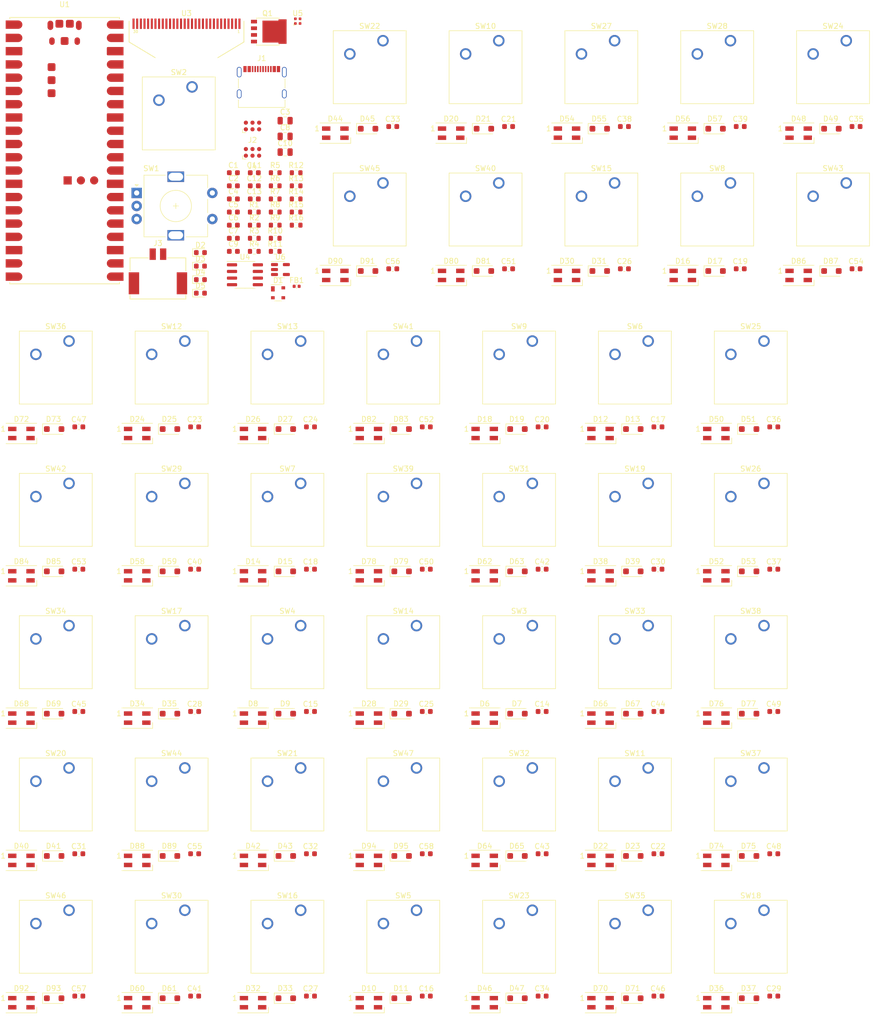
<source format=kicad_pcb>
(kicad_pcb (version 20221018) (generator pcbnew)
  (layers (0 "F.Cu" signal) (31 "B.Cu" signal) (34 "B.Paste" user) (35 "F.Paste" user) (36 "B.SilkS" user "B.Silkscreen") (37 "F.SilkS" user "F.Silkscreen") (38 "B.Mask" user) (39 "F.Mask" user) (44 "Edge.Cuts" user))
  (net 0 "")
  (net 1 "Net-(U1-RUN)")
  (net 2 "GND")
  (net 3 "+5V")
  (net 4 "+3V3")
  (net 5 "/lipo+")
  (net 6 "Net-(U3-C2P)")
  (net 7 "Net-(U3-C2N)")
  (net 8 "Net-(U3-C1P)")
  (net 9 "Net-(U3-C1N)")
  (net 10 "Net-(U3-VCOMH)")
  (net 11 "Net-(U3-RST)")
  (net 12 "Net-(U3-VDisplay)")
  (net 13 "/tiny_rst")
  (net 14 "+BATT")
  (net 15 "/D+")
  (net 16 "/D-")
  (net 17 "Net-(D2-K)")
  (net 18 "Net-(D2-A)")
  (net 19 "Net-(D3-K)")
  (net 20 "Net-(D4-K)")
  (net 21 "Net-(D5-A)")
  (net 22 "/led_sw0/dout")
  (net 23 "/led_r0")
  (net 24 "/sw_c0")
  (net 25 "Net-(D7-A)")
  (net 26 "/led_sw1/dout")
  (net 27 "/sw_c1")
  (net 28 "Net-(D9-A)")
  (net 29 "/led_sw2/dout")
  (net 30 "/sw_c2")
  (net 31 "Net-(D11-A)")
  (net 32 "/led_sw4/dout")
  (net 33 "/led_sw3/dout")
  (net 34 "/sw_c4")
  (net 35 "Net-(D13-A)")
  (net 36 "/sw_c3")
  (net 37 "Net-(D15-A)")
  (net 38 "/led_sw5/dout")
  (net 39 "/sw_c5")
  (net 40 "Net-(D17-A)")
  (net 41 "/led_sw7/dout")
  (net 42 "/led_sw6/dout")
  (net 43 "/sw_c7")
  (net 44 "Net-(D19-A)")
  (net 45 "/sw_c6")
  (net 46 "Net-(D21-A)")
  (net 47 "/led_sw8/dout")
  (net 48 "/sw_c8")
  (net 49 "Net-(D23-A)")
  (net 50 "/led_sw10/din")
  (net 51 "/led_r1")
  (net 52 "Net-(D25-A)")
  (net 53 "/led_sw10/dout")
  (net 54 "Net-(D27-A)")
  (net 55 "/led_sw11/dout")
  (net 56 "Net-(D29-A)")
  (net 57 "/led_sw13/dout")
  (net 58 "/led_sw12/dout")
  (net 59 "Net-(D31-A)")
  (net 60 "Net-(D33-A)")
  (net 61 "/led_sw14/dout")
  (net 62 "Net-(D35-A)")
  (net 63 "/led_sw16/dout")
  (net 64 "/led_sw15/dout")
  (net 65 "Net-(D37-A)")
  (net 66 "Net-(D39-A)")
  (net 67 "/led_sw17/dout")
  (net 68 "Net-(D41-A)")
  (net 69 "/led_sw18/dout")
  (net 70 "/led_r2")
  (net 71 "Net-(D43-A)")
  (net 72 "/led_sw19/dout")
  (net 73 "Net-(D45-A)")
  (net 74 "/led_sw20/dout")
  (net 75 "Net-(D47-A)")
  (net 76 "/led_sw22/dout")
  (net 77 "/led_sw21/dout")
  (net 78 "Net-(D49-A)")
  (net 79 "Net-(D51-A)")
  (net 80 "/led_sw23/dout")
  (net 81 "Net-(D53-A)")
  (net 82 "/led_sw25/dout")
  (net 83 "/led_sw24/dout")
  (net 84 "Net-(D55-A)")
  (net 85 "Net-(D57-A)")
  (net 86 "/led_sw26/dout")
  (net 87 "Net-(D59-A)")
  (net 88 "/led_sw27/dout")
  (net 89 "/led_r3")
  (net 90 "Net-(D61-A)")
  (net 91 "/led_sw28/dout")
  (net 92 "Net-(D63-A)")
  (net 93 "/led_sw29/dout")
  (net 94 "Net-(D65-A)")
  (net 95 "/led_sw31/dout")
  (net 96 "/led_sw30/dout")
  (net 97 "Net-(D67-A)")
  (net 98 "Net-(D69-A)")
  (net 99 "/led_sw32/dout")
  (net 100 "Net-(D71-A)")
  (net 101 "/led_sw34/dout")
  (net 102 "/led_sw33/dout")
  (net 103 "Net-(D73-A)")
  (net 104 "Net-(D75-A)")
  (net 105 "/led_sw35/dout")
  (net 106 "Net-(D77-A)")
  (net 107 "/led_sw36/dout")
  (net 108 "/led_r4")
  (net 109 "Net-(D79-A)")
  (net 110 "/led_sw37/dout")
  (net 111 "Net-(D81-A)")
  (net 112 "/led_sw38/dout")
  (net 113 "Net-(D83-A)")
  (net 114 "/led_sw40/dout")
  (net 115 "/led_sw39/dout")
  (net 116 "Net-(D85-A)")
  (net 117 "Net-(D87-A)")
  (net 118 "/led_sw41/dout")
  (net 119 "Net-(D89-A)")
  (net 120 "/led_sw43/dout")
  (net 121 "/led_sw42/dout")
  (net 122 "Net-(D91-A)")
  (net 123 "Net-(D93-A)")
  (net 124 "/led_sw44/dout")
  (net 125 "Net-(D95-A)")
  (net 126 "Net-(J1-SHIELD)")
  (net 127 "Net-(J1-CC1)")
  (net 129 "Net-(J1-CC2)")
  (net 131 "/SWDIO")
  (net 132 "/SWCLK")
  (net 135 "/pwr_en")
  (net 136 "/vbatt_sense")
  (net 137 "/pwr_sw")
  (net 138 "Net-(Q1-G)")
  (net 139 "Net-(U1-GP28)")
  (net 140 "/watchdog")
  (net 141 "/SDA")
  (net 142 "/SCL")
  (net 143 "Net-(U6-PROG)")
  (net 144 "Net-(U3-IREF)")
  (net 145 "/pwr_led")
  (net 146 "/enc_a")
  (net 147 "/enc_b")
  (net 148 "/enc_sw")
  (net 149 "/sw_r0")
  (net 150 "/sw_r1")
  (net 151 "/sw_r2")
  (net 152 "/sw_r3")
  (net 153 "/sw_r4")
  (footprint "Capacitor_SMD:C_0603_1608Metric" (layer "F.Cu") (at 440.385 114.105)
    (fp_text reference "C47")
    (fp_text value "100n")
  )
  (footprint "Diode_SMD:D_SOD-123F" (layer "F.Cu") (at 480.06 169.025)
    (fp_text reference "D9")
    (fp_text value "D_Schottky_Small_Filled")
  )
  (footprint "Diode_SMD:D_SOD-123F" (layer "F.Cu") (at 524.46 141.775)
    (fp_text reference "D63")
    (fp_text value "D_Schottky_Small_Filled")
  )
  (footprint "Resistor_SMD:R_0603_1608Metric" (layer "F.Cu") (at 482.035 70.455)
    (fp_text reference "R14")
    (fp_text value "10k")
  )
  (footprint "Button_Switch_Keyboard:SW_Cherry_MX_1.00u_PCB" (layer "F.Cu") (at 527.31 97.67)
    (fp_text reference "SW9")
    (fp_text value "MX")
  )
  (footprint "Capacitor_SMD:C_0603_1608Metric" (layer "F.Cu") (at 522.755 56.585)
    (fp_text reference "C21")
    (fp_text value "100n")
  )
  (footprint "Resistor_SMD:R_0603_1608Metric" (layer "F.Cu") (at 474.015 77.985)
    (fp_text reference "R3")
    (fp_text value "10k")
  )
  (footprint "Package_TO_SOT_SMD:LFPAK56" (layer "F.Cu") (at 476.63 38.405)
    (fp_text reference "Q1")
    (fp_text value "PSMN4R5-30YLC")
  )
  (footprint "Diode_SMD:D_SOD-123F" (layer "F.Cu") (at 435.66 141.775)
    (fp_text reference "D85")
    (fp_text value "D_Schottky_Small_Filled")
  )
  (footprint "Button_Switch_Keyboard:SW_Cherry_MX_1.00u_PCB" (layer "F.Cu") (at 505.11 97.67)
    (fp_text reference "SW41")
    (fp_text value "MX")
  )
  (footprint "LED_SMD:LED_SK6812MINI_PLCC4_3.5x3.5mm_P1.75mm" (layer "F.Cu") (at 495.98 169.875)
    (fp_text reference "D28")
    (fp_text value "WS2812B")
  )
  (footprint "Capacitor_SMD:C_0603_1608Metric" (layer "F.Cu") (at 589.355 83.835)
    (fp_text reference "C54")
    (fp_text value "100n")
  )
  (footprint "Resistor_SMD:R_0603_1608Metric" (layer "F.Cu") (at 482.035 67.945)
    (fp_text reference "R13")
    (fp_text value "1M")
  )
  (footprint "Resistor_SMD:R_0603_1608Metric" (layer "F.Cu") (at 482.035 65.435)
    (fp_text reference "R12")
    (fp_text value "10M")
  )
  (footprint "Button_Switch_Keyboard:SW_Cherry_MX_1.00u_PCB" (layer "F.Cu") (at 571.71 97.67)
    (fp_text reference "SW25")
    (fp_text value "MX")
  )
  (footprint "Capacitor_SMD:C_0603_1608Metric" (layer "F.Cu") (at 484.785 223.105)
    (fp_text reference "C27")
    (fp_text value "100n")
  )
  (footprint "Button_Switch_Keyboard:SW_Cherry_MX_1.00u_PCB" (layer "F.Cu") (at 438.51 206.67)
    (fp_text reference "SW46")
    (fp_text value "MX")
  )
  (footprint "Button_Switch_Keyboard:SW_Cherry_MX_1.00u_PCB" (layer "F.Cu") (at 565.28 67.4)
    (fp_text reference "SW8")
    (fp_text value "MX")
  )
  (footprint "Resistor_SMD:R_0603_1608Metric" (layer "F.Cu") (at 478.025 70.455)
    (fp_text reference "R7")
    (fp_text value "2k2")
  )
  (footprint "LED_SMD:LED_SK6812MINI_PLCC4_3.5x3.5mm_P1.75mm" (layer "F.Cu") (at 533.95 57.855)
    (fp_text reference "D54")
    (fp_text value "WS2812B")
  )
  (footprint "LED_SMD:LED_SK6812MINI_PLCC4_3.5x3.5mm_P1.75mm" (layer "F.Cu") (at 540.38 115.375)
    (fp_text reference "D12")
    (fp_text value "WS2812B")
  )
  (footprint "Button_Switch_Keyboard:SW_Cherry_MX_1.00u_PCB" (layer "F.Cu") (at 520.88 67.4)
    (fp_text reference "SW40")
    (fp_text value "MX")
  )
  (footprint "Capacitor_SMD:C_0402_1005Metric" (layer "F.Cu") (at 482.135 87.185)
    (fp_text reference "FB1")
    (fp_text value "FerriteBead_Small")
  )
  (footprint "LED_SMD:LED_SK6812MINI_PLCC4_3.5x3.5mm_P1.75mm" (layer "F.Cu") (at 518.18 197.125)
    (fp_text reference "D64")
    (fp_text value "WS2812B")
  )
  (footprint "Diode_SMD:D_SOD-123F" (layer "F.Cu") (at 502.26 223.525)
    (fp_text reference "D11")
    (fp_text value "D_Schottky_Small_Filled")
  )
  (footprint "LED_SMD:LED_SK6812MINI_PLCC4_3.5x3.5mm_P1.75mm" (layer "F.Cu") (at 562.58 142.625)
    (fp_text reference "D52")
    (fp_text value "WS2812B")
  )
  (footprint "LED_SMD:LED_SK6812MINI_PLCC4_3.5x3.5mm_P1.75mm" (layer "F.Cu") (at 540.38 224.375)
    (fp_text reference "D70")
    (fp_text value "WS2812B")
  )
  (footprint "Diode_SMD:D_SOD-123F" (layer "F.Cu") (at 540.23 57.005)
    (fp_text reference "D55")
    (fp_text value "D_Schottky_Small_Filled")
  )
  (footprint "Button_Switch_Keyboard:SW_Cherry_MX_1.00u_PCB" (layer "F.Cu") (at 571.71 124.92)
    (fp_text reference "SW26")
    (fp_text value "MX")
  )
  (footprint "Capacitor_SMD:C_0603_1608Metric" (layer "F.Cu") (at 544.955 56.585)
    (fp_text reference "C38")
    (fp_text value "100n")
  )
  (footprint "Button_Switch_Keyboard:SW_Cherry_MX_1.00u_PCB" (layer "F.Cu") (at 482.91 206.67)
    (fp_text reference "SW16")
    (fp_text value "MX")
  )
  (footprint "Diode_SMD:D_SOD-123F" (layer "F.Cu") (at 568.86 196.275)
    (fp_text reference "D75")
    (fp_text value "D_Schottky_Small_Filled")
  )
  (footprint "Button_Switch_Keyboard:SW_Cherry_MX_1.00u_PCB" (layer "F.Cu") (at 527.31 179.42)
    (fp_text reference "SW32")
    (fp_text value "MX")
  )
  (footprint "Diode_SMD:D_SOD-123F" (layer "F.Cu") (at 524.46 114.525)
    (fp_text reference "D19")
    (fp_text value "D_Schottky_Small_Filled")
  )
  (footprint "Capacitor_SMD:C_0603_1608Metric" (layer "F.Cu") (at 462.585 141.355)
    (fp_text reference "C40")
    (fp_text value "100n")
  )
  (footprint "Capacitor_SMD:C_0603_1608Metric" (layer "F.Cu") (at 506.985 223.105)
    (fp_text reference "C16")
    (fp_text value "100n")
  )
  (footprint "Diode_SMD:D_SOD-123F" (layer "F.Cu") (at 502.26 196.275)
    (fp_text reference "D95")
    (fp_text value "D_Schottky_Small_Filled")
  )
  (footprint "Button_Switch_Keyboard:SW_Cherry_MX_1.00u_PCB" (layer "F.Cu") (at 498.68 67.4)
    (fp_text reference "SW45")
    (fp_text value "MX")
  )
  (footprint "Capacitor_SMD:C_0805_2012Metric" (layer "F.Cu") (at 479.925 58.475)
    (fp_text reference "C8")
    (fp_text value "10u")
  )
  (footprint "Capacitor_SMD:C_0603_1608Metric" (layer "F.Cu") (at 529.185 168.605)
    (fp_text reference "C14")
    (fp_text value "100n")
  )
  (footprint "LED_SMD:LED_SK6812MINI_PLCC4_3.5x3.5mm_P1.75mm" (layer "F.Cu") (at 429.38 142.625)
    (fp_text reference "D84")
    (fp_text value "WS2812B")
  )
  (footprint "Capacitor_SMD:C_0603_1608Metric" (layer "F.Cu") (at 500.555 83.835)
    (fp_text reference "C56")
    (fp_text value "100n")
  )
  (footprint "Diode_SMD:D_SOD-123F" (layer "F.Cu") (at 546.66 141.775)
    (fp_text reference "D39")
    (fp_text value "D_Schottky_Small_Filled")
  )
  (footprint "Button_Switch_Keyboard:SW_Cherry_MX_1.00u_PCB" (layer "F.Cu") (at 505.11 124.92)
    (fp_text reference "SW39")
    (fp_text value "MX")
  )
  (footprint "Diode_SMD:D_SOD-123F" (layer "F.Cu") (at 518.03 84.255)
    (fp_text reference "D81")
    (fp_text value "D_Schottky_Small_Filled")
  )
  (footprint "Resistor_SMD:R_0603_1608Metric" (layer "F.Cu") (at 478.025 67.945)
    (fp_text reference "R6")
    (fp_text value "2k2")
  )
  (footprint "Button_Switch_Keyboard:SW_Cherry_MX_1.00u_PCB" (layer "F.Cu") (at 438.51 124.92)
    (fp_text reference "SW42")
    (fp_text value "MX")
  )
  (footprint "extraparts:SSD1306" (layer "F.Cu") (at 461.025 36.905)
    (fp_text reference "U3")
    (fp_text value "SSD1306")
  )
  (footprint "Capacitor_SMD:C_0603_1608Metric" (layer "F.Cu") (at 470.005 70.455)
    (fp_text reference "C4")
    (fp_text value "100n")
  )
  (footprint "Capacitor_SMD:C_0603_1608Metric" (layer "F.Cu") (at 484.785 114.105)
    (fp_text reference "C24")
    (fp_text value "100n")
  )
  (footprint "LED_SMD:LED_SK6812MINI_PLCC4_3.5x3.5mm_P1.75mm" (layer "F.Cu") (at 429.38 115.375)
    (fp_text reference "D72")
    (fp_text value "WS2812B")
  )
  (footprint "Capacitor_SMD:C_0603_1608Metric" (layer "F.Cu") (at 440.385 195.855)
    (fp_text reference "C31")
    (fp_text value "100n")
  )
  (footprint "Button_Switch_Keyboard:SW_Cherry_MX_1.00u_PCB" (layer "F.Cu") (at 438.51 152.17)
    (fp_text reference "SW34")
    (fp_text value "MX")
  )
  (footprint "Resistor_SMD:R_0603_1608Metric" (layer "F.Cu") (at 478.025 65.435)
    (fp_text reference "R5")
    (fp_text value "2k2")
  )
  (footprint "LED_SMD:LED_SK6812MINI_PLCC4_3.5x3.5mm_P1.75mm" (layer "F.Cu") (at 511.75 85.105)
    (fp_text reference "D80")
    (fp_text value "WS2812B")
  )
  (footprint "Package_SO:SOIC-8_3.9x4.9mm_P1.27mm" (layer "F.Cu") (at 472.225 84.975)
    (fp_text reference "U4")
    (fp_text value "ATtiny13A-SS")
  )
  (footprint "LED_SMD:LED_SK6812MINI_PLCC4_3.5x3.5mm_P1.75mm" (layer "F.Cu") (at 473.78 169.875)
    (fp_text reference "D8")
    (fp_text value "WS2812B")
  )
  (footprint "Resistor_SMD:R_0603_1608Metric" (layer "F.Cu") (at 482.035 75.475)
    (fp_text reference "R16")
    (fp_text value "10k")
  )
  (footprint "Button_Switch_Keyboard:SW_Cherry_MX_1.00u_PCB" (layer "F.Cu") (at 549.51 124.92)
    (fp_text reference "SW19")
    (fp_text value "MX")
  )
  (footprint "Capacitor_SMD:C_0603_1608Metric" (layer "F.Cu") (at 522.755 83.835)
    (fp_text reference "C51")
    (fp_text value "100n")
  )
  (footprint "Button_Switch_Keyboard:SW_Cherry_MX_1.00u_PCB" (layer "F.Cu") (at 505.11 152.17)
    (fp_text reference "SW14")
    (fp_text value "MX")
  )
  (footprint "Diode_SMD:D_SOD-123F" (layer "F.Cu") (at 502.26 169.025)
    (fp_text reference "D29")
    (fp_text value "D_Schottky_Small_Filled")
  )
  (footprint "Capacitor_SMD:C_0603_1608Metric" (layer "F.Cu") (at 474.015 65.435)
    (fp_text reference "C11")
    (fp_text value "100n")
  )
  (footprint "Resistor_SMD:R_0603_1608Metric" (layer "F.Cu") (at 478.025 75.475)
    (fp_text reference "R9")
    (fp_text value "2k2")
  )
  (footprint "LED_SMD:LED_SK6812MINI_PLCC4_3.5x3.5mm_P1.75mm" (layer "F.Cu") (at 489.55 85.105)
    (fp_text reference "D90")
    (fp_text value "WS2812B")
  )
  (footprint "extraparts:Micrel_QFN-4_1.2x1.2mm_P0.65mm" (layer "F.Cu") (at 482.34 36.405)
    (fp_text reference "U5")
    (fp_text value "MIC5019")
  )
  (footprint "Diode_SMD:D_SOD-123F" (layer "F.Cu") (at 457.86 196.275)
    (fp_text reference "D89")
    (fp_text value "D_Schottky_Small_Filled")
  )
  (footprint "LED_SMD:LED_SK6812MINI_PLCC4_3.5x3.5mm_P1.75mm" (layer "F.Cu") (at 533.95 85.105)
    (fp_text reference "D30")
    (fp_text value "WS2812B")
  )
  (footprint "Diode_SMD:D_SOD-123F" (layer "F.Cu") (at 457.86 169.025)
    (fp_text reference "D35")
    (fp_text value "D_Schottky_Small_Filled")
  )
  (footprint "extraparts:Molex_DuraClik_Vert_2pin" (layer "F.Cu") (at 455.55 89.61)
    (fp_text reference "J3")
    (fp_text value "lipo")
  )
  (footprint "Button_Switch_Keyboard:SW_Cherry_MX_1.00u_PCB" (layer "F.Cu") (at 505.11 179.42)
    (fp_text reference "SW47")
    (fp_text value "MX")
  )
  (footprint "Diode_SMD:D_SOD-123F" (layer "F.Cu") (at 480.06 141.775)
    (fp_text reference "D15")
    (fp_text value "D_Schottky_Small_Filled")
  )
  (footprint "Capacitor_SMD:C_0603_1608Metric" (layer "F.Cu") (at 551.385 223.105)
    (fp_text reference "C46")
    (fp_text value "100n")
  )
  (footprint "Resistor_SMD:R_0603_1608Metric" (layer "F.Cu") (at 478.025 77.985)
    (fp_text reference "R10")
    (fp_text value "390k")
  )
  (footprint "Diode_SMD:D_SOD-123F" (layer "F.Cu") (at 480.06 223.525)
    (fp_text reference "D33")
    (fp_text value "D_Schottky_Small_Filled")
  )
  (footprint "LED_SMD:LED_SK6812MINI_PLCC4_3.5x3.5mm_P1.75mm" (layer "F.Cu") (at 451.58 224.375)
    (fp_text reference "D60")
    (fp_text value "WS2812B")
  )
  (footprint "Capacitor_SMD:C_0603_1608Metric" (layer "F.Cu") (at 462.585 168.605)
    (fp_text reference "C28")
    (fp_text value "100n")
  )
  (footprint "Button_Switch_Keyboard:SW_Cherry_MX_1.00u_PCB" (layer "F.Cu") (at 587.48 40.15)
    (fp_text reference "SW24")
    (fp_text value "MX")
  )
  (footprint "Package_TO_SOT_SMD:SOT-23-5" (layer "F.Cu") (at 479.025 83.975)
    (fp_text reference "U6")
    (fp_text value "MCP73831-2-OT")
  )
  (footprint "Button_Switch_Keyboard:SW_Cherry_MX_1.00u_PCB" (layer "F.Cu") (at 460.71 152.17)
    (fp_text reference "SW17")
    (fp_text value "MX")
  )
  (footprint "Button_Switch_Keyboard:SW_Cherry_MX_1.00u_PCB" (layer "F.Cu") (at 549.51 206.67)
    (fp_text reference "SW35")
    (fp_text value "MX")
  )
  (footprint "Button_Switch_Keyboard:SW_Cherry_MX_1.00u_PCB" (layer "F.Cu") (at 498.68 40.15)
    (fp_text reference "SW22")
    (fp_text value "MX")
  )
  (footprint "Connector:Tag-Connect_TC2030-IDC-NL_2x03_P1.27mm_Vertical" (layer "F.Cu") (at 473.675 61.535)
    (fp_text reference "J4")
    (fp_text value "ICSP")
  )
  (footprint "LED_SMD:LED_SK6812MINI_PLCC4_3.5x3.5mm_P1.75mm" (layer "F.Cu") (at 429.38 224.375)
    (fp_text reference "D92")
    (fp_text value "WS2812B")
  )
  (footprint "Resistor_SMD:R_0603_1608Metric" (layer "F.Cu") (at 474.015 72.965)
    (fp_text reference "R1")
    (fp_text value "5k1")
  )
  (footprint "Button_Switch_Keyboard:SW_Cherry_MX_1.00u_PCB" (layer "F.Cu") (at 482.91 124.92)
    (fp_text reference "SW7")
    (fp_text value "MX")
  )
  (footprint "Button_Switch_Keyboard:SW_Cherry_MX_1.00u_PCB" (layer "F.Cu") (at 438.51 97.67)
    (fp_text reference "SW36")
    (fp_text value "MX")
  )
  (footprint "LED_SMD:LED_SK6812MINI_PLCC4_3.5x3.5mm_P1.75mm" (layer "F.Cu") (at 540.38 169.875)
    (fp_text reference "D66")
    (fp_text value "WS2812B")
  )
  (footprint "Capacitor_SMD:C_0603_1608Metric" (layer "F.Cu") (at 551.385 141.355)
    (fp_text reference "C30")
    (fp_text value "100n")
  )
  (footprint "Capacitor_SMD:C_0603_1608Metric" (layer "F.Cu") (at 567.155 83.835)
    (fp_text reference "C19")
    (fp_text value "100n")
  )
  (footprint "Resistor_SMD:R_0603_1608Metric" (layer "F.Cu") (at 478.025 72.965)
    (fp_text reference "R8")
    (fp_text value "2k2")
  )
  (footprint "LED_SMD:LED_SK6812MINI_PLCC4_3.5x3.5mm_P1.75mm" (layer "F.Cu") (at 511.75 57.855)
    (fp_text reference "D20")
    (fp_text value "WS2812B")
  )
  (footprint "Capacitor_SMD:C_0603_1608Metric" (layer "F.Cu") (at 529.185 114.105)
    (fp_text reference "C20")
    (fp_text value "100n")
  )
  (footprint "LED_SMD:LED_SK6812MINI_PLCC4_3.5x3.5mm_P1.75mm" (layer "F.Cu") (at 578.35 85.105)
    (fp_text reference "D86")
    (fp_text value "WS2812B")
  )
  (footprint "Diode_SMD:D_SOD-123F" (layer "F.Cu") (at 584.63 57.005)
    (fp_text reference "D49")
    (fp_text value "D_Schottky_Small_Filled")
  )
  (footprint "Button_Switch_Keyboard:SW_Cherry_MX_1.00u_PCB" (layer "F.Cu") (at 549.51 152.17)
    (fp_text reference "SW33")
    (fp_text value "MX")
  )
  (footprint "Button_Switch_Keyboard:SW_Cherry_MX_1.00u_PCB" (layer "F.Cu") (at 460.71 179.42)
    (fp_text reference "SW44")
    (fp_text value "MX")
  )
  (footprint "Diode_SMD:D_SOD-123F" (layer "F.Cu") (at 562.43 57.005)
    (fp_text reference "D57")
    (fp_text value "D_Schottky_Small_Filled")
  )
  (footprint "Button_Switch_Keyboard:SW_Cherry_MX_1.00u_PCB" (layer "F.Cu") (at 543.08 40.15)
    (fp_text reference "SW27")
    (fp_text value "MX")
  )
  (footprint "Capacitor_SMD:C_0603_1608Metric" (layer "F.Cu") (at 573.585 195.855)
    (fp_text reference "C48")
    (fp_text value "100n")
  )
  (footprint "Diode_SMD:D_SOD-123F" (layer "F.Cu") (at 568.86 114.525)
    (fp_text reference "D51")
    (fp_text value "D_Schottky_Small_Filled")
  )
  (footprint "Button_Switch_Keyboard:SW_Cherry_MX_1.00u_PCB" (layer "F.Cu") (at 462.09 49)
    (fp_text reference "SW2")
    (fp_text value "pwr")
  )
  (footprint "LED_SMD:LED_SK6812MINI_PLCC4_3.5x3.5mm_P1.75mm" (layer "F.Cu") (at 556.15 57.855)
    (fp_text reference "D56")
    (fp_text value "WS2812B")
  )
  (footprint "LED_SMD:LED_SK6812MINI_PLCC4_3.5x3.5mm_P1.75mm" (layer "F.Cu") (at 429.38 197.125)
    (fp_text reference "D40")
    (fp_text value "WS2812B")
  )
  (footprint "Connector_USB:USB_C_Receptacle_Palconn_UTC16-G" (layer "F.Cu") (at 475.445 48.095)
    (fp_text reference "J1")
    (fp_text value "USB_C")
  )
  (footprint "Diode_SMD:D_SOD-123F" (layer "F.Cu") (at 546.66 196.275)
    (fp_text reference "D23")
    (fp_text value "D_Schottky_Small_Filled")
  )
  (footprint "Button_Switch_Keyboard:SW_Cherry_MX_1.00u_PCB" (layer "F.Cu") (at 482.91 97.67)
    (fp_text reference "SW13")
    (fp_text value "MX")
  )
  (footprint "Diode_SMD:D_SOD-123F" (layer "F.Cu") (at 435.66 196.275)
    (fp_text reference "D41")
    (fp_text value "D_Schottky_Small_Filled")
  )
  (footprint "Diode_SMD:D_SOD-123F" (layer "F.Cu") (at 568.86 223.525)
    (fp_text reference "D37")
    (fp_text value "D_Schottky_Small_Filled")
  )
  (footprint "Capacitor_SMD:C_0603_1608Metric" (layer "F.Cu") (at 529.185 195.855)
    (fp_text reference "C43")
    (fp_text value "100n")
  )
  (footprint "Button_Switch_Keyboard:SW_Cherry_MX_1.00u_PCB" (layer "F.Cu") (at 549.51 179.42)
    (fp_text reference "SW11")
    (fp_text value "MX")
  )
  (footprint "Capacitor_SMD:C_0603_1608Metric" (layer "F.Cu") (at 440.385 141.355)
    (fp_text reference "C53")
    (fp_text value "100n")
  )
  (footprint "LED_SMD:LED_SK6812MINI_PLCC4_3.5x3.5mm_P1.75mm" (layer "F.Cu") (at 518.18 115.375)
    (fp_text reference "D18")
    (fp_text value "WS2812B")
  )
  (footprint "Diode_SMD:D_SOD-123F" (layer "F.Cu") (at 524.46 169.025)
    (fp_text reference "D7")
    (fp_text value "D_Schottky_Small_Filled")
  )
  (footprint "LED_SMD:LED_SK6812MINI_PLCC4_3.5x3.5mm_P1.75mm" (layer "F.Cu") (at 540.38 142.625)
    (fp_text reference "D38")
    (fp_text value "WS2812B")
  )
  (footprint "Package_TO_SOT_SMD:SOT-143" (layer "F.Cu") (at 478.575 88.425)
    (fp_text reference "D1")
    (fp_text value "PRTR5V0U2X")
  )
  (footprint "LED_SMD:LED_SK6812MINI_PLCC4_3.5x3.5mm_P1.75mm" (layer "F.Cu") (at 451.58 197.125)
    (fp_text reference "D88")
    (fp_text value "WS2812B")
  )
  (footprint "Button_Switch_Keyboard:SW_Cherry_MX_1.00u_PCB" (layer "F.Cu") (at 460.71 97.67)
    (fp_text reference "SW12")
    (fp_text value "MX")
  )
  (footprint "Capacitor_SMD:C_0603_1608Metric" (layer "F.Cu") (at 529.185 223.105)
    (fp_text reference "C34")
    (fp_text value "100n")
  )
  (footprint "Capacitor_SMD:C_0603_1608Metric" (layer "F.Cu") (at 551.385 195.855)
    (fp_text reference "C22")
    (fp_text value "100n")
  )
  (footprint "Diode_SMD:D_SOD-123F" (layer "F.Cu") (at 495.83 84.255)
    (fp_text reference "D91")
    (fp_text value "D_Schottky_Small_Filled")
  )
  (footprint "Capacitor_SMD:C_0603_1608Metric" (layer "F.Cu") (at 551.385 168.605)
    (fp_text reference "C44")
    (fp_text value "100n")
  )
  (footprint "Diode_SMD:D_SOD-123F" (layer "F.Cu") (at 562.43 84.255)
    (fp_text reference "D17")
    (fp_text value "D_Schottky_Small_Filled")
  )
  (footprint "extraparts:RPi_Pico_W" (layer "F.Cu") (at 437.66 61.205)
    (fp_text reference "U1")
    (fp_text value "RPi_Pico")
  )
  (footprint "LED_SMD:LED_SK6812MINI_PLCC4_3.5x3.5mm_P1.75mm" (layer "F.Cu") (at 429.38 169.875)
    (fp_text reference "D68")
    (fp_text value "WS2812B")
  )
  (footprint "Capacitor_SMD:C_0603_1608Metric" (layer "F.Cu") (at 470.005 75.475)
    (fp_text reference "C6")
    (fp_text value "2u2")
  )
  (footprint "LED_SMD:LED_SK6812MINI_PLCC4_3.5x3.5mm_P1.75mm" (layer "F.Cu") (at 562.58 169.875)
    (fp_text reference "D76")
    (fp_text value "WS2812B")
  )
  (footprint "Capacitor_SMD:C_0603_1608Metric" (layer "F.Cu") (at 440.385 223.105)
    (fp_text reference "C57")
    (fp_text value "100n")
  )
  (footprint "Diode_SMD:D_SOD-123F" (layer "F.Cu") (at 584.63 84.255)
    (fp_text reference "D87")
    (fp_text value "D_Schottky_Small_Filled")
  )
  (footprint "LED_SMD:LED_SK6812MINI_PLCC4_3.5x3.5mm_P1.75mm" (layer "F.Cu") (at 495.98 142.625)
    (fp_text reference "D78")
    (fp_text value "WS2812B")
  )
  (footprint "Button_Switch_Keyboard:SW_Cherry_MX_1.00u_PCB" (layer "F.Cu") (at 527.31 124.92)
    (fp_text reference "SW31")
    (fp_text value "MX")
  )
  (footprint "Capacitor_SMD:C_0603_1608Metric" (layer "F.Cu") (at 484.785 195.855)
    (fp_text reference "C32")
    (fp_text value "100n")
  )
  (footprint "Diode_SMD:D_SOD-123F" (layer "F.Cu") (at 502.26 141.775)
    (fp_text reference "D79")
    (fp_text value "D_Schottky_Small_Filled")
  )
  (footprint "LED_SMD:LED_0603_1608Metric" (layer "F.Cu") (at 463.695 80.725)
    (fp_text reference "D2")
    (fp_text value "CHRG")
  )
  (footprint "LED_SMD:LED_SK6812MINI_PLCC4_3.5x3.5mm_P1.75mm" (layer "F.Cu") (at 495.98 224.375)
    (fp_text reference "D10")
    (fp_text value "WS2812B")
  )
  (footprint "Button_Switch_Keyboard:SW_Cherry_MX_1.00u_PCB" (layer "F.Cu") (at 587.48 67.4)
    (fp_text reference "SW43")
    (fp_text value "MX")
  )
  (footprint "Capacitor_SMD:C_0603_1608Metric" (layer "F.Cu") (at 506.985 168.605)
    (fp_text reference "C25")
    (fp_text value "100n")
  )
  (footprint "LED_SMD:LED_SK6812MINI_PLCC4_3.5x3.5mm_P1.75mm" (layer "F.Cu") (at 489.55 57.855)
    (fp_text reference "D44")
    (fp_text value "WS2812B")
  )
  (footprint "Diode_SMD:D_SOD-123F" (layer "F.Cu") (at 435.66 169.025)
    (fp_text reference "D69")
    (fp_text value "D_Schottky_Small_Filled")
  )
  (footprint "Button_Switch_Keyboard:SW_Cherry_MX_1.00u_PCB" (layer "F.Cu") (at 543.08 67.4)
    (fp_text reference "SW15")
    (fp_text value "MX")
  )
  (footprint "Capacitor_SMD:C_0603_1608Metric" (layer "F.Cu") (at 589.355 56.585)
    (fp_text reference "C35")
    (fp_text value "100n")
  )
  (footprint "Diode_SMD:D_SOD-123F" (layer "F.Cu") (at 495.83 57.005)
    (fp_text reference "D45")
    (fp_text value "D_Schottky_Small_Filled")
  )
  (footprint "LED_SMD:LED_SK6812MINI_PLCC4_3.5x3.5mm_P1.75mm" (layer "F.Cu") (at 473.78 142.625)
    (fp_text reference "D14")
    (fp_text value "WS2812B")
  )
  (footprint "LED_SMD:LED_SK6812MINI_PLCC4_3.5x3.5mm_P1.75mm" (layer "F.Cu") (at 518.18 224.375)
    (fp_text reference "D46")
    (fp_text value "WS2812B")
  )
  (footprint "Button_Switch_Keyboard:SW_Cherry_MX_1.00u_PCB" (layer "F.Cu") (at 549.51 97.67)
    (fp_text reference "SW6")
    (fp_text value "MX")
  )
  (footprint "Button_Switch_Keyboard:SW_Cherry_MX_1.00u_PCB" (layer "F.Cu") (at 482.91 179.42)
    (fp_text reference "SW21")
    (fp_text value "MX")
  )
  (footprint "Diode_SMD:D_SOD-123F" (layer "F.Cu") (at 546.66 114.525)
    (fp_text reference "D13")
    (fp_text value "D_Schottky_Small_Filled")
  )
  (footprint "Capacitor_SMD:C_0603_1608Metric" (layer "F.Cu") (at 551.385 114.105)
    (fp_text reference "C17")
    (fp_text value "100n")
  )
  (footprint "Diode_SMD:D_SOD-123F" (layer "F.Cu") (at 568.86 169.025)
    (fp_text reference "D77")
    (fp_text value "D_Schottky_Small_Filled")
  )
  (footprint "Connector:Tag-Connect_TC2030-IDC-NL_2x03_P1.27mm_Vertical" (layer "F.Cu") (at 473.675 56.485)
    (fp_text reference "J2")
    (fp_text value "SWD")
  )
  (footprint "Capacitor_SMD:C_0603_1608Metric" (layer "F.Cu") (at 440.385 168.605)
    (fp_text reference "C45")
    (fp_text value "100n")
  )
  (footprint "LED_SMD:LED_SK6812MINI_PLCC4_3.5x3.5mm_P1.75mm" (layer "F.Cu") (at 540.38 197.125)
    (fp_text reference "D22")
    (fp_text value "WS2812B")
  )
  (footprint "Capacitor_SMD:C_0603_1608Metric" (layer "F.Cu") (at 470.005 80.495)
    (fp_text reference "C9")
    (fp_text value "100n")
  )
  (footprint "LED_SMD:LED_SK6812MINI_PLCC4_3.5x3.5mm_P1.75mm" (layer "F.Cu") (at 451.58 169.875)
    (fp_text reference "D34")
    (fp_text value "WS2812B")
  )
  (footprint "Diode_SMD:D_SOD-123F" (layer "F.Cu") (at 457.86 223.525)
    (fp_text reference "D61")
    (fp_text value "D_Schottky_Small_Filled")
  )
  (footprint "Button_Switch_Keyboard:SW_Cherry_MX_1.00u_PCB" (layer "F.Cu") (at 527.31 152.17)
    (fp_text reference "SW3")
    (fp_text value "MX")
  )
  (footprint "LED_SMD:LED_0603_1608Metric" (layer "F.Cu") (at 463.695 85.905)
    (fp_text reference "D4")
    (fp_text value "low_batt")
  )
  (footprint "Diode_SMD:D_SOD-123F" (layer "F.Cu") (at 524.46 223.525)
    (fp_text reference "D47")
    (fp_text value "D_Schottky_Small_Filled")
  )
  (footprint "LED_SMD:LED_SK6812MINI_PLCC4_3.5x3.5mm_P1.75mm" (layer "F.Cu") (at 473.78 224.375)
    (fp_text reference "D32")
    (fp_text value "WS2812B")
  )
  (footprint "LED_SMD:LED_SK6812MINI_PLCC4_3.5x3.5mm_P1.75mm" (layer "F.Cu") (at 495.98 197.125)
    (fp_text reference "D94")
    (fp_text value "WS2812B")
  )
  (footprint "Resistor_SMD:R_0603_1608Metric" (layer "F.Cu") (at 478.025 80.495)
    (fp_text reference "R11")
    (fp_text value "10k")
  )
  (footprint "Diode_SMD:D_SOD-123F" (layer "F.Cu") (at 480.06 114.525)
    (fp_text reference "D27")
    (fp_text value "D_Schottky_Small_Filled")
  )
  (footprint "Capacitor_SMD:C_0603_1608Metric" (layer "F.Cu") (at 573.585 223.105)
    (fp_text reference "C29")
    (fp_text value "100n")
  )
  (footprint "Diode_SMD:D_SOD-123F" (layer "F.Cu") (at 568.86 141.775)
    (fp_text reference "D53")
    (fp_text value "D_Schottky_Small_Filled")
  )
  (footprint "Button_Switch_Keyboard:SW_Cherry_MX_1.00u_PCB" (layer "F.Cu") (at 571.71 179.42)
    (fp_text reference "SW37")
    (fp_text value "MX")
  )
  (footprint "Capacitor_SMD:C_0603_1608Metric" (layer "F.Cu") (at 529.185 141.355)
    (fp_text reference "C42")
    (fp_text value "100n")
  )
  (footprint "Capacitor_SMD:C_0603_1608Metric" (layer "F.Cu") (at 462.585 114.105)
    (fp_text reference "C23")
    (fp_text value "100n")
  )
  (footprint "Diode_SMD:D_SOD-123F" (layer "F.Cu") (at 480.06 196.275)
    (fp_text reference "D43")
    (fp_text value "D_Schottky_Small_Filled")
  )
  (footprint "LED_SMD:LED_0603_1608Metric" (layer "F.Cu") (at 463.695 88.495)
    (fp_text reference "D5")
    (fp_text value "pwr")
  )
  (footprint "Capacitor_SMD:C_0603_1608Metric" (layer "F.Cu") (at 506.985 195.855)
    (fp_text reference "C58")
    (fp_text value "100n")
  )
  (footprint "LED_SMD:LED_SK6812MINI_PLCC4_3.5x3.5mm_P1.75mm" (layer "F.Cu") (at 578.35 57.855)
    (fp_text reference "D48")
    (fp_text value "WS2812B")
  )
  (footprint "LED_SMD:LED_SK6812MINI_PLCC4_3.5x3.5mm_P1.75mm" (layer "F.Cu") (at 473.78 115.375)
    (fp_text reference "D26")
    (fp_text value "WS2812B")
  )
  (footprint "Diode_SMD:D_SOD-123F" (layer "F.Cu") (at 457.86 114.525)
    (fp_text reference "D25")
    (fp_text value "D_Schottky_Small_Filled")
  )
  (footprint "Capacitor_SMD:C_0603_1608Metric" (layer "F.Cu") (at 506.985 141.355)
    (fp_text reference "C50")
    (fp_text value "100n")
  )
  (footprint "Capacitor_SMD:C_0603_1608Metric" (layer "F.Cu") (at 462.585 223.105)
    (fp_text reference "C41")
    (fp_text value "100n")
  )
  (footprint "Capacitor_SMD:C_0603_1608Metric" (layer "F.Cu") (at 573.585 141.355)
    (fp_text reference "C37")
    (fp_text value "100n")
  )
  (footprint "Capacitor_SMD:C_0805_2012Metric" (layer "F.Cu") (at 479.925 55.465)
    (fp_text reference "C3")
    (fp_text value "10u")
  )
  (footprint "Diode_SMD:D_SOD-123F" (layer "F.Cu") (at 435.66 114.525)
    (fp_text reference "D73")
    (fp_text value "D_Schottky_Small_Filled")
  )
  (footprint "Capacitor_SMD:C_0603_1608Metric" (layer "F.Cu") (at 573.585 114.105)
    (fp_text reference "C36")
    (fp_text value "100n")
  )
  (footprint "Button_Switch_Keyboard:SW_Cherry_MX_1.00u_PCB" (layer "F.Cu") (at 460.71 206.67)
    (fp_text reference "SW30")
    (fp_text value "MX")
  )
  (footprint "LED_SMD:LED_SK6812MINI_PLCC4_3.5x3.5mm_P1.75mm" (layer "F.Cu") (at 518.18 142.625)
    (fp_text reference "D62")
    (fp_text value "WS2812B")
  )
  (footprint "Button_Switch_Keyboard:SW_Cherry_MX_1.00u_PCB" (layer "F.Cu") (at 460.71 124.92)
    (fp_text reference "SW29")
    (fp_text value "MX")
  )
  (footprint "LED_SMD:LED_SK6812MINI_PLCC4_3.5x3.5mm_P1.75mm" (layer "F.Cu") (at 556.15 85.105)
    (fp_text reference "D16")
    (fp_text value "WS2812B")
  )
  (footprint "LED_SMD:LED_SK6812MINI_PLCC4_3.5x3.5mm_P1.75mm" (layer "F.Cu") (at 451.58 142.625)
    (fp_text reference "D58")
    (fp_text value "WS2812B")
  )
  (footprint "Diode_SMD:D_SOD-123F" (layer "F.Cu") (at 524.46 196.275)
    (fp_text reference "D65")
    (fp_text value "D_Schottky_Small_Filled")
  )
  (footprint "LED_SMD:LED_SK6812MINI_PLCC4_3.5x3.5mm_P1.75mm" (layer "F.Cu") (at 562.58 224.375)
    (fp_text reference "D36")
    (fp_text value "WS2812B")
  )
  (footprint "Button_Switch_Keyboard:SW_Cherry_MX_1.00u_PCB" (layer "F.Cu") (at 482.91 152.17)
    (fp_text reference "SW4")
    (fp_text value "MX")
  )
  (footprint "Resistor_SMD:R_0603_1608Metric" (layer "F.Cu") (at 474.015 80.495)
    (fp_text reference "R4")
    (fp_text value "22")
  )
  (footprint "Button_Switch_Keyboard:SW_Cherry_MX_1.00u_PCB" (layer "F.Cu") (at 505.11 206.67)
    (fp_text reference "SW5")
    (fp_text value "MX")
  )
  (footprint "Capacitor_SMD:C_0603_1608Metric" (layer "F.Cu") (at 470.005 72.965)
    (fp_text reference "C5")
    (fp_text value "4u7")
  )
  (footprint "Diode_SMD:D_SOD-123F" (layer "F.Cu") (at 435.66 223.525)
    (fp_text reference "D93")
    (fp_text value "D_Schottky_Small_Filled")
  )
  (footprint "LED_SMD:LED_SK6812MINI_PLCC4_3.5x3.5mm_P1.75mm" (layer "F.Cu") (at 495.98 115.375)
    (fp_text reference "D82")
    (fp_text value "WS2812B")
  )
  (footprint "Diode_SMD:D_SOD-123F" (layer "F.Cu") (at 546.66 169.025)
    (fp_text reference "D67")
    (fp_text value "D_Schottky_Small_Filled")
  )
  (footprint "Diode_SMD:D_SOD-123F" (layer "F.Cu") (at 457.86 141.775)
    (fp_text reference "D59")
    (fp_text value "D_Schottky_Small_Filled")
  )
  (footprint "Button_Switch_Keyboard:SW_Cherry_MX_1.00u_PCB" (layer "F.Cu") (at 571.71 152.17)
    (fp_text reference "SW38")
    (fp_text value "MX")
  )
  (footprint "Rotary_Encoder:RotaryEncoder_Alps_EC11E-Switch_Vertical_H20mm" (layer "F.Cu") (at 451.475 69.305)
    (fp_text reference "SW1")
    (fp_text value "spinny boi")
  )
  (footprint "Capacitor_SMD:C_0603_1608Metric" (layer "F.Cu") (at 470.005 67.945)
    (fp_text reference "C2")
    (fp_text value "4u7")
  )
  (footprint "Diode_SMD:D_SOD-123F" (layer "F.Cu") (at 546.66 223.525)
    (fp_text reference "D71")
    (fp_text value "D_Schottky_Small_Filled")
  )
  (footprint "Capacitor_SMD:C_0603_1608Metric" (layer "F.Cu") (at 484.785 168.605)
    (fp_text reference "C15")
    (fp_text value "100n")
  )
  (footprint "LED_SMD:LED_SK6812MINI_PLCC4_3.5x3.5mm_P1.75mm" (layer "F.Cu") (at 518.18 169.875)
    (fp_text reference "D6")
    (fp_text value "WS2812B")
  )
  (footprint "Button_Switch_Keyboard:SW_Cherry_MX_1.00u_PCB" (layer "F.Cu") (at 520.88 40.15)
    (fp_text reference "SW10")
    (fp_text value "MX")
  )
  (footprint "Capacitor_SMD:C_0603_1608Metric" (layer "F.Cu") (at 462.585 195.855)
    (fp_text reference "C55")
    (fp_text value "100n")
  )
  (footprint "LED_SMD:LED_SK6812MINI_PLCC4_3.5x3.5mm_P1.75mm" (layer "F.Cu") (at 562.58 197.125)
    (fp_text reference "D74")
    (fp_text value "WS2812B")
  )
  (footprint "Button_Switch_Keyboard:SW_Cherry_MX_1.00u_PCB" (layer "F.Cu") (at 438.51 179.42)
    (fp_text reference "SW20")
    (fp_text value "MX")
  )
  (footprint "Diode_SMD:D_SOD-123F" (layer "F.Cu") (at 540.23 84.255)
    (fp_text reference "D31")
    (fp_text value "D_Schottky_Small_Filled")
  )
  (footprint "Capacitor_SMD:C_0603_1608Metric" (layer "F.Cu") (at 506.985 114.105)
    (fp_text reference "C52")
    (fp_text value "100n")
  )
  (footprint "Button_Switch_Keyboard:SW_Cherry_MX_1.00u_PCB" (layer "F.Cu") (at 565.28 40.15)
    (fp_text reference "SW28")
    (fp_text value "MX")
  )
  (footprint "Capacitor_SMD:C_0805_2012Metric" (layer "F.Cu") (at 479.925 61.485)
    (fp_text reference "C10")
    (fp_text value "10u")
  )
  (footprint "Resistor_SMD:R_0603_1608Metric" (layer "F.Cu") (at 482.035 72.965)
    (fp_text reference "R15")
    (fp_text value "10k")
  )
  (footprint "Capacitor_SMD:C_0603_1608Metric" (layer "F.Cu") (at 470.005 77.985)
    (fp_text reference "C7")
    (fp_text value "2u2")
  )
  (footprint "Resistor_SMD:R_0603_1608Metric" (layer "F.Cu") (at 474.015 75.475)
    (fp_text reference "R2")
    (fp_text value "5k1")
  )
  (footprint "LED_SMD:LED_0603_1608Metric" (layer "F.Cu") (at 463.695 83.315)
    (fp_text reference "D3")
    (fp_text value "FULL")
  )
  (footprint "Capacitor_SMD:C_0603_1608Metric" (layer "F.Cu") (at 484.785 141.355)
    (fp_text reference "C18")
    (fp_text value "100n")
  )
  (footprint "Button_Switch_Keyboard:SW_Cherry_MX_1.00u_PCB" (layer "F.Cu") (at 527.31 206.67)
    (fp_text reference "SW23")
    (fp_text value "MX")
  )
  (footprint "LED_SMD:LED_SK6812MINI_PLCC4_3.5x3.5mm_P1.75mm" (layer "F.Cu") (at 562.58 115.375)
    (fp_text reference "D50")
    (fp_text value "WS2812B")
  )
  (footprint "Capacitor_SMD:C_0603_1608Metric" (layer "F.Cu") (at 470.005 65.435)
    (fp_text reference "C1")
    (fp_text value "100n")
  )
  (footprint "Capacitor_SMD:C_0603_1608Metric" (layer "F.Cu") (at 567.155 56.585)
    (fp_text reference "C39")
    (fp_text value "100n")
  )
  (footprint "LED_SMD:LED_SK6812MINI_PLCC4_3.5x3.5mm_P1.75mm" (layer "F.Cu") (at 451.58 115.375)
    (fp_text reference "D24")
    (fp_text value "WS2812B")
  )
  (footprint "Diode_SMD:D_SOD-123F" (layer "F.Cu") (at 502.26 114.525)
    (fp_text reference "D83")
    (fp_text value "D_Schottky_Small_Filled")
  )
  (footprint "Capacitor_SMD:C_0603_1608Metric" (layer "F.Cu") (at 474.015 70.455)
    (fp_text reference "C13")
    (fp_text value "4u7")
  )
  (footprint "Button_Switch_Keyboard:SW_Cherry_MX_1.00u_PCB" (layer "F.Cu") (at 571.71 206.67)
    (fp_text reference "SW18")
    (fp_text value "MX")
  )
  (footprint "LED_SMD:LED_SK6812MINI_PLCC4_3.5x3.5mm_P1.75mm" (layer "F.Cu") (at 473.78 197.125)
    (fp_text reference "D42")
    (fp_text value "WS2812B")
  )
  (footprint "Capacitor_SMD:C_0603_1608Metric" (layer "F.Cu") (at 474.015 67.945)
    (fp_text reference "C12")
    (fp_text value "100n")
  )
  (footprint "Capacitor_SMD:C_0603_1608Metric" (layer "F.Cu") (at 573.585 168.605)
    (fp_text reference "C49")
    (fp_text value "100n")
  )
  (footprint "Diode_SMD:D_SOD-123F" (layer "F.Cu") (at 518.03 57.005)
    (fp_text reference "D21")
    (fp_text value "D_Schottky_Small_Filled")
  )
  (footprint "Capacitor_SMD:C_0603_1608Metric" (layer "F.Cu") (at 500.555 56.585)
    (fp_text reference "C33")
    (fp_text value "100n")
  )
  (footprint "Capacitor_SMD:C_0603_1608Metric" (layer "F.Cu") (at 544.955 83.835)
    (fp_text reference "C26")
    (fp_text value "100n")
  )
)
</source>
